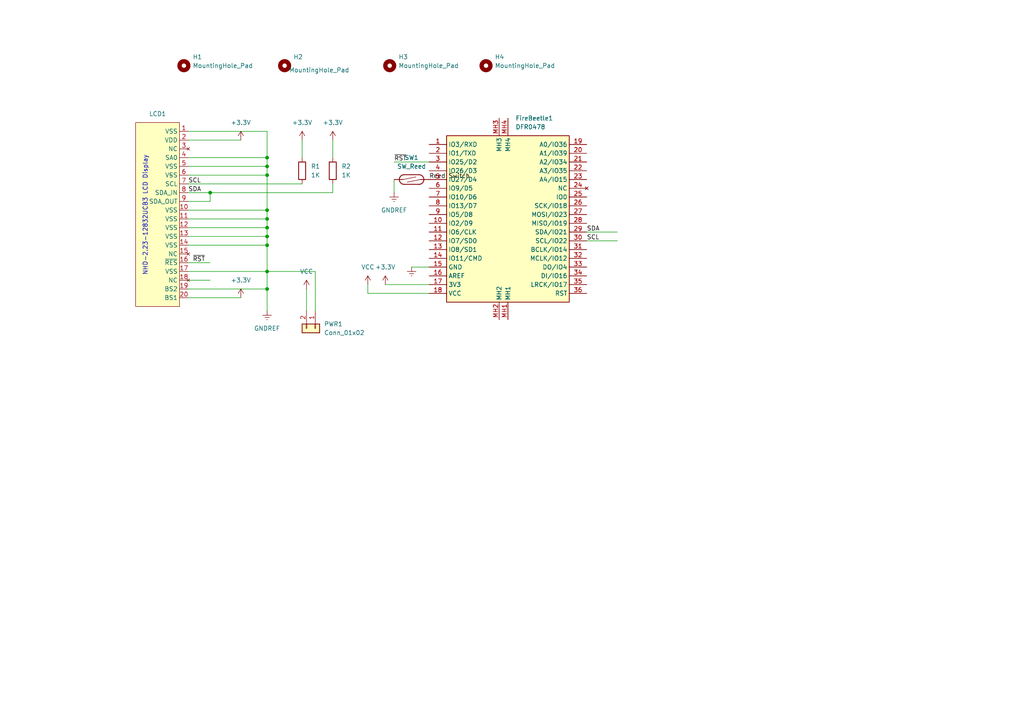
<source format=kicad_sch>
(kicad_sch (version 20230121) (generator eeschema)

  (uuid 27a84c46-1f38-4701-b004-07c5c795a6d5)

  (paper "A4")

  (lib_symbols
    (symbol "Connector_Generic:Conn_01x02" (pin_names (offset 1.016) hide) (in_bom yes) (on_board yes)
      (property "Reference" "J" (at 0 2.54 0)
        (effects (font (size 1.27 1.27)))
      )
      (property "Value" "Conn_01x02" (at 0 -5.08 0)
        (effects (font (size 1.27 1.27)))
      )
      (property "Footprint" "" (at 0 0 0)
        (effects (font (size 1.27 1.27)) hide)
      )
      (property "Datasheet" "~" (at 0 0 0)
        (effects (font (size 1.27 1.27)) hide)
      )
      (property "ki_keywords" "connector" (at 0 0 0)
        (effects (font (size 1.27 1.27)) hide)
      )
      (property "ki_description" "Generic connector, single row, 01x02, script generated (kicad-library-utils/schlib/autogen/connector/)" (at 0 0 0)
        (effects (font (size 1.27 1.27)) hide)
      )
      (property "ki_fp_filters" "Connector*:*_1x??_*" (at 0 0 0)
        (effects (font (size 1.27 1.27)) hide)
      )
      (symbol "Conn_01x02_1_1"
        (rectangle (start -1.27 -2.413) (end 0 -2.667)
          (stroke (width 0.1524) (type default))
          (fill (type none))
        )
        (rectangle (start -1.27 0.127) (end 0 -0.127)
          (stroke (width 0.1524) (type default))
          (fill (type none))
        )
        (rectangle (start -1.27 1.27) (end 1.27 -3.81)
          (stroke (width 0.254) (type default))
          (fill (type background))
        )
        (pin passive line (at -5.08 0 0) (length 3.81)
          (name "Pin_1" (effects (font (size 1.27 1.27))))
          (number "1" (effects (font (size 1.27 1.27))))
        )
        (pin passive line (at -5.08 -2.54 0) (length 3.81)
          (name "Pin_2" (effects (font (size 1.27 1.27))))
          (number "2" (effects (font (size 1.27 1.27))))
        )
      )
    )
    (symbol "DFR0478:DFR0478" (in_bom yes) (on_board yes)
      (property "Reference" "U" (at 54.61 20.32 0)
        (effects (font (size 1.27 1.27)) (justify left top))
      )
      (property "Value" "DFR0478" (at 54.61 17.78 0)
        (effects (font (size 1.27 1.27)) (justify left top))
      )
      (property "Footprint" "FIREBEETLE_ESP32" (at 54.61 -82.22 0)
        (effects (font (size 1.27 1.27)) (justify left top) hide)
      )
      (property "Datasheet" "https://www.arrow.com/en/products/dfr0478/dfrobot?region=nac" (at 54.61 -182.22 0)
        (effects (font (size 1.27 1.27)) (justify left top) hide)
      )
      (property "Height" "" (at 54.61 -382.22 0)
        (effects (font (size 1.27 1.27)) (justify left top) hide)
      )
      (property "Arrow Part Number" "DFR0478" (at 54.61 -482.22 0)
        (effects (font (size 1.27 1.27)) (justify left top) hide)
      )
      (property "Arrow Price/Stock" "https://www.arrow.com/en/products/dfr0478/dfrobot?region=nac" (at 54.61 -582.22 0)
        (effects (font (size 1.27 1.27)) (justify left top) hide)
      )
      (property "Manufacturer_Name" "DFRobot" (at 54.61 -682.22 0)
        (effects (font (size 1.27 1.27)) (justify left top) hide)
      )
      (property "Manufacturer_Part_Number" "DFR0478" (at 54.61 -782.22 0)
        (effects (font (size 1.27 1.27)) (justify left top) hide)
      )
      (property "ki_description" "Development Boards & Kits - Wireless FireBeetle ESP32 IOT MCU" (at 0 0 0)
        (effects (font (size 1.27 1.27)) hide)
      )
      (symbol "DFR0478_1_1"
        (rectangle (start 5.08 15.24) (end 53.34 -20.32)
          (stroke (width 0.254) (type default))
          (fill (type background))
        )
        (pin passive line (at 50.8 20.32 270) (length 5.08)
          (name "IO3/RXD" (effects (font (size 1.27 1.27))))
          (number "1" (effects (font (size 1.27 1.27))))
        )
        (pin passive line (at 27.94 20.32 270) (length 5.08)
          (name "IO2/D9" (effects (font (size 1.27 1.27))))
          (number "10" (effects (font (size 1.27 1.27))))
        )
        (pin passive line (at 25.4 20.32 270) (length 5.08)
          (name "IO6/CLK" (effects (font (size 1.27 1.27))))
          (number "11" (effects (font (size 1.27 1.27))))
        )
        (pin passive line (at 22.86 20.32 270) (length 5.08)
          (name "IO7/SD0" (effects (font (size 1.27 1.27))))
          (number "12" (effects (font (size 1.27 1.27))))
        )
        (pin passive line (at 20.32 20.32 270) (length 5.08)
          (name "IO8/SD1" (effects (font (size 1.27 1.27))))
          (number "13" (effects (font (size 1.27 1.27))))
        )
        (pin passive line (at 17.78 20.32 270) (length 5.08)
          (name "IO11/CMD" (effects (font (size 1.27 1.27))))
          (number "14" (effects (font (size 1.27 1.27))))
        )
        (pin passive line (at 15.24 20.32 270) (length 5.08)
          (name "GND" (effects (font (size 1.27 1.27))))
          (number "15" (effects (font (size 1.27 1.27))))
        )
        (pin passive line (at 12.7 20.32 270) (length 5.08)
          (name "AREF" (effects (font (size 1.27 1.27))))
          (number "16" (effects (font (size 1.27 1.27))))
        )
        (pin passive line (at 10.16 20.32 270) (length 5.08)
          (name "3V3" (effects (font (size 1.27 1.27))))
          (number "17" (effects (font (size 1.27 1.27))))
        )
        (pin passive line (at 7.62 20.32 270) (length 5.08)
          (name "VCC" (effects (font (size 1.27 1.27))))
          (number "18" (effects (font (size 1.27 1.27))))
        )
        (pin passive line (at 50.8 -25.4 90) (length 5.08)
          (name "A0/IO36" (effects (font (size 1.27 1.27))))
          (number "19" (effects (font (size 1.27 1.27))))
        )
        (pin passive line (at 48.26 20.32 270) (length 5.08)
          (name "IO1/TXD" (effects (font (size 1.27 1.27))))
          (number "2" (effects (font (size 1.27 1.27))))
        )
        (pin passive line (at 48.26 -25.4 90) (length 5.08)
          (name "A1/IO39" (effects (font (size 1.27 1.27))))
          (number "20" (effects (font (size 1.27 1.27))))
        )
        (pin passive line (at 45.72 -25.4 90) (length 5.08)
          (name "A2/IO34" (effects (font (size 1.27 1.27))))
          (number "21" (effects (font (size 1.27 1.27))))
        )
        (pin passive line (at 43.18 -25.4 90) (length 5.08)
          (name "A3/IO35" (effects (font (size 1.27 1.27))))
          (number "22" (effects (font (size 1.27 1.27))))
        )
        (pin passive line (at 40.64 -25.4 90) (length 5.08)
          (name "A4/IO15" (effects (font (size 1.27 1.27))))
          (number "23" (effects (font (size 1.27 1.27))))
        )
        (pin no_connect line (at 38.1 -25.4 90) (length 5.08)
          (name "NC" (effects (font (size 1.27 1.27))))
          (number "24" (effects (font (size 1.27 1.27))))
        )
        (pin passive line (at 35.56 -25.4 90) (length 5.08)
          (name "IO0" (effects (font (size 1.27 1.27))))
          (number "25" (effects (font (size 1.27 1.27))))
        )
        (pin passive line (at 33.02 -25.4 90) (length 5.08)
          (name "SCK/IO18" (effects (font (size 1.27 1.27))))
          (number "26" (effects (font (size 1.27 1.27))))
        )
        (pin passive line (at 30.48 -25.4 90) (length 5.08)
          (name "MOSI/IO23" (effects (font (size 1.27 1.27))))
          (number "27" (effects (font (size 1.27 1.27))))
        )
        (pin passive line (at 27.94 -25.4 90) (length 5.08)
          (name "MISO/IO19" (effects (font (size 1.27 1.27))))
          (number "28" (effects (font (size 1.27 1.27))))
        )
        (pin passive line (at 25.4 -25.4 90) (length 5.08)
          (name "SDA/IO21" (effects (font (size 1.27 1.27))))
          (number "29" (effects (font (size 1.27 1.27))))
        )
        (pin passive line (at 45.72 20.32 270) (length 5.08)
          (name "IO25/D2" (effects (font (size 1.27 1.27))))
          (number "3" (effects (font (size 1.27 1.27))))
        )
        (pin passive line (at 22.86 -25.4 90) (length 5.08)
          (name "SCL/IO22" (effects (font (size 1.27 1.27))))
          (number "30" (effects (font (size 1.27 1.27))))
        )
        (pin passive line (at 20.32 -25.4 90) (length 5.08)
          (name "BCLK/IO14" (effects (font (size 1.27 1.27))))
          (number "31" (effects (font (size 1.27 1.27))))
        )
        (pin passive line (at 17.78 -25.4 90) (length 5.08)
          (name "MCLK/IO12" (effects (font (size 1.27 1.27))))
          (number "32" (effects (font (size 1.27 1.27))))
        )
        (pin passive line (at 15.24 -25.4 90) (length 5.08)
          (name "DO/IO4" (effects (font (size 1.27 1.27))))
          (number "33" (effects (font (size 1.27 1.27))))
        )
        (pin passive line (at 12.7 -25.4 90) (length 5.08)
          (name "DI/IO16" (effects (font (size 1.27 1.27))))
          (number "34" (effects (font (size 1.27 1.27))))
        )
        (pin passive line (at 10.16 -25.4 90) (length 5.08)
          (name "LRCK/IO17" (effects (font (size 1.27 1.27))))
          (number "35" (effects (font (size 1.27 1.27))))
        )
        (pin passive line (at 7.62 -25.4 90) (length 5.08)
          (name "RST" (effects (font (size 1.27 1.27))))
          (number "36" (effects (font (size 1.27 1.27))))
        )
        (pin passive line (at 43.18 20.32 270) (length 5.08)
          (name "IO26/D3" (effects (font (size 1.27 1.27))))
          (number "4" (effects (font (size 1.27 1.27))))
        )
        (pin passive line (at 40.64 20.32 270) (length 5.08)
          (name "IO27/D4" (effects (font (size 1.27 1.27))))
          (number "5" (effects (font (size 1.27 1.27))))
        )
        (pin passive line (at 38.1 20.32 270) (length 5.08)
          (name "IO9/D5" (effects (font (size 1.27 1.27))))
          (number "6" (effects (font (size 1.27 1.27))))
        )
        (pin passive line (at 35.56 20.32 270) (length 5.08)
          (name "IO10/D6" (effects (font (size 1.27 1.27))))
          (number "7" (effects (font (size 1.27 1.27))))
        )
        (pin passive line (at 33.02 20.32 270) (length 5.08)
          (name "IO13/D7" (effects (font (size 1.27 1.27))))
          (number "8" (effects (font (size 1.27 1.27))))
        )
        (pin passive line (at 30.48 20.32 270) (length 5.08)
          (name "IO5/D8" (effects (font (size 1.27 1.27))))
          (number "9" (effects (font (size 1.27 1.27))))
        )
        (pin passive line (at 0 -2.54 0) (length 5.08)
          (name "MH1" (effects (font (size 1.27 1.27))))
          (number "MH1" (effects (font (size 1.27 1.27))))
        )
        (pin passive line (at 0 0 0) (length 5.08)
          (name "MH2" (effects (font (size 1.27 1.27))))
          (number "MH2" (effects (font (size 1.27 1.27))))
        )
        (pin passive line (at 58.42 0 180) (length 5.08)
          (name "MH3" (effects (font (size 1.27 1.27))))
          (number "MH3" (effects (font (size 1.27 1.27))))
        )
        (pin passive line (at 58.42 -2.54 180) (length 5.08)
          (name "MH4" (effects (font (size 1.27 1.27))))
          (number "MH4" (effects (font (size 1.27 1.27))))
        )
      )
    )
    (symbol "Device:R" (pin_numbers hide) (pin_names (offset 0)) (in_bom yes) (on_board yes)
      (property "Reference" "R" (at 2.032 0 90)
        (effects (font (size 1.27 1.27)))
      )
      (property "Value" "R" (at 0 0 90)
        (effects (font (size 1.27 1.27)))
      )
      (property "Footprint" "" (at -1.778 0 90)
        (effects (font (size 1.27 1.27)) hide)
      )
      (property "Datasheet" "~" (at 0 0 0)
        (effects (font (size 1.27 1.27)) hide)
      )
      (property "ki_keywords" "R res resistor" (at 0 0 0)
        (effects (font (size 1.27 1.27)) hide)
      )
      (property "ki_description" "Resistor" (at 0 0 0)
        (effects (font (size 1.27 1.27)) hide)
      )
      (property "ki_fp_filters" "R_*" (at 0 0 0)
        (effects (font (size 1.27 1.27)) hide)
      )
      (symbol "R_0_1"
        (rectangle (start -1.016 -2.54) (end 1.016 2.54)
          (stroke (width 0.254) (type default))
          (fill (type none))
        )
      )
      (symbol "R_1_1"
        (pin passive line (at 0 3.81 270) (length 1.27)
          (name "~" (effects (font (size 1.27 1.27))))
          (number "1" (effects (font (size 1.27 1.27))))
        )
        (pin passive line (at 0 -3.81 90) (length 1.27)
          (name "~" (effects (font (size 1.27 1.27))))
          (number "2" (effects (font (size 1.27 1.27))))
        )
      )
    )
    (symbol "Mechanical:MountingHole" (pin_names (offset 1.016)) (in_bom yes) (on_board yes)
      (property "Reference" "H" (at 0 5.08 0)
        (effects (font (size 1.27 1.27)))
      )
      (property "Value" "MountingHole" (at 0 3.175 0)
        (effects (font (size 1.27 1.27)))
      )
      (property "Footprint" "" (at 0 0 0)
        (effects (font (size 1.27 1.27)) hide)
      )
      (property "Datasheet" "~" (at 0 0 0)
        (effects (font (size 1.27 1.27)) hide)
      )
      (property "ki_keywords" "mounting hole" (at 0 0 0)
        (effects (font (size 1.27 1.27)) hide)
      )
      (property "ki_description" "Mounting Hole without connection" (at 0 0 0)
        (effects (font (size 1.27 1.27)) hide)
      )
      (property "ki_fp_filters" "MountingHole*" (at 0 0 0)
        (effects (font (size 1.27 1.27)) hide)
      )
      (symbol "MountingHole_0_1"
        (circle (center 0 0) (radius 1.27)
          (stroke (width 1.27) (type default))
          (fill (type none))
        )
      )
    )
    (symbol "NHD_New_Symbols:NHD-2.23-12832UCB3" (in_bom yes) (on_board yes)
      (property "Reference" "U" (at -6.35 26.67 0)
        (effects (font (size 1.27 1.27)))
      )
      (property "Value" "" (at 2.54 10.16 0)
        (effects (font (size 1.27 1.27)))
      )
      (property "Footprint" "" (at 2.54 10.16 0)
        (effects (font (size 1.27 1.27)) hide)
      )
      (property "Datasheet" "" (at 2.54 10.16 0)
        (effects (font (size 1.27 1.27)) hide)
      )
      (symbol "NHD-2.23-12832UCB3_1_1"
        (rectangle (start -7.62 25.4) (end 5.08 -27.94)
          (stroke (width 0) (type default))
          (fill (type background))
        )
        (text "NHD-2.23-12832UCB3 LCD Display\n\n" (at -3.81 -1.27 900)
          (effects (font (size 1.27 1.27) (color 0 0 194 1)))
        )
        (pin input line (at 7.62 22.86 180) (length 2.54)
          (name "VSS" (effects (font (size 1.27 1.27))))
          (number "1" (effects (font (size 1.27 1.27))))
        )
        (pin input line (at 7.62 0 180) (length 2.54)
          (name "VSS" (effects (font (size 1.27 1.27))))
          (number "10" (effects (font (size 1.27 1.27))))
        )
        (pin input line (at 7.62 -2.54 180) (length 2.54)
          (name "VSS" (effects (font (size 1.27 1.27))))
          (number "11" (effects (font (size 1.27 1.27))))
        )
        (pin input line (at 7.62 -5.08 180) (length 2.54)
          (name "VSS" (effects (font (size 1.27 1.27))))
          (number "12" (effects (font (size 1.27 1.27))))
        )
        (pin input line (at 7.62 -7.62 180) (length 2.54)
          (name "VSS" (effects (font (size 1.27 1.27))))
          (number "13" (effects (font (size 1.27 1.27))))
        )
        (pin input line (at 7.62 -10.16 180) (length 2.54)
          (name "VSS" (effects (font (size 1.27 1.27))))
          (number "14" (effects (font (size 1.27 1.27))))
        )
        (pin no_connect line (at 7.62 -12.7 180) (length 2.54)
          (name "NC" (effects (font (size 1.27 1.27))))
          (number "15" (effects (font (size 1.27 1.27))))
        )
        (pin input line (at 7.62 -15.24 180) (length 2.54)
          (name "~{RES}" (effects (font (size 1.27 1.27))))
          (number "16" (effects (font (size 1.27 1.27))))
        )
        (pin input line (at 7.62 -17.78 180) (length 2.54)
          (name "VSS" (effects (font (size 1.27 1.27))))
          (number "17" (effects (font (size 1.27 1.27))))
        )
        (pin no_connect line (at 7.62 -20.32 180) (length 2.54)
          (name "NC" (effects (font (size 1.27 1.27))))
          (number "18" (effects (font (size 1.27 1.27))))
        )
        (pin input line (at 7.62 -22.86 180) (length 2.54)
          (name "BS2" (effects (font (size 1.27 1.27))))
          (number "19" (effects (font (size 1.27 1.27))))
        )
        (pin input line (at 7.62 20.32 180) (length 2.54)
          (name "VDD" (effects (font (size 1.27 1.27))))
          (number "2" (effects (font (size 1.27 1.27))))
        )
        (pin input line (at 7.62 -25.4 180) (length 2.54)
          (name "BS1" (effects (font (size 1.27 1.27))))
          (number "20" (effects (font (size 1.27 1.27))))
        )
        (pin no_connect line (at 7.62 17.78 180) (length 2.54)
          (name "NC" (effects (font (size 1.27 1.27))))
          (number "3" (effects (font (size 1.27 1.27))))
        )
        (pin input line (at 7.62 15.24 180) (length 2.54)
          (name "SA0" (effects (font (size 1.27 1.27))))
          (number "4" (effects (font (size 1.27 1.27))))
        )
        (pin input line (at 7.62 12.7 180) (length 2.54)
          (name "VSS" (effects (font (size 1.27 1.27))))
          (number "5" (effects (font (size 1.27 1.27))))
        )
        (pin input line (at 7.62 10.16 180) (length 2.54)
          (name "VSS" (effects (font (size 1.27 1.27))))
          (number "6" (effects (font (size 1.27 1.27))))
        )
        (pin input line (at 7.62 7.62 180) (length 2.54)
          (name "SCL" (effects (font (size 1.27 1.27))))
          (number "7" (effects (font (size 1.27 1.27))))
        )
        (pin input line (at 7.62 5.08 180) (length 2.54)
          (name "SDA_IN" (effects (font (size 1.27 1.27))))
          (number "8" (effects (font (size 1.27 1.27))))
        )
        (pin output line (at 7.62 2.54 180) (length 2.54)
          (name "SDA_OUT" (effects (font (size 1.27 1.27))))
          (number "9" (effects (font (size 1.27 1.27))))
        )
      )
    )
    (symbol "Switch:SW_Reed" (pin_numbers hide) (pin_names (offset 0) hide) (in_bom yes) (on_board yes)
      (property "Reference" "SW" (at 0 2.54 0)
        (effects (font (size 1.27 1.27)))
      )
      (property "Value" "SW_Reed" (at 0 -2.54 0)
        (effects (font (size 1.27 1.27)))
      )
      (property "Footprint" "" (at 0 0 0)
        (effects (font (size 1.27 1.27)) hide)
      )
      (property "Datasheet" "~" (at 0 0 0)
        (effects (font (size 1.27 1.27)) hide)
      )
      (property "ki_keywords" "reed magnetic switch" (at 0 0 0)
        (effects (font (size 1.27 1.27)) hide)
      )
      (property "ki_description" "reed switch" (at 0 0 0)
        (effects (font (size 1.27 1.27)) hide)
      )
      (symbol "SW_Reed_0_0"
        (arc (start -2.159 1.397) (mid -3.55 0) (end -2.159 -1.397)
          (stroke (width 0.254) (type default))
          (fill (type none))
        )
        (polyline
          (pts
            (xy -2.54 0)
            (xy 1.27 0.762)
          )
          (stroke (width 0) (type default))
          (fill (type none))
        )
        (polyline
          (pts
            (xy -2.159 -1.397)
            (xy 2.286 -1.397)
          )
          (stroke (width 0.254) (type default))
          (fill (type none))
        )
        (polyline
          (pts
            (xy 2.159 1.397)
            (xy -2.159 1.397)
          )
          (stroke (width 0.254) (type default))
          (fill (type none))
        )
        (polyline
          (pts
            (xy 2.54 0)
            (xy -1.27 -0.762)
          )
          (stroke (width 0) (type default))
          (fill (type none))
        )
        (arc (start 2.159 -1.397) (mid 3.55 0) (end 2.159 1.397)
          (stroke (width 0.254) (type default))
          (fill (type none))
        )
      )
      (symbol "SW_Reed_1_1"
        (pin passive line (at -5.08 0 0) (length 2.54)
          (name "1" (effects (font (size 1.27 1.27))))
          (number "1" (effects (font (size 1.27 1.27))))
        )
        (pin passive line (at 5.08 0 180) (length 2.54)
          (name "2" (effects (font (size 1.27 1.27))))
          (number "2" (effects (font (size 1.27 1.27))))
        )
      )
    )
    (symbol "power:+3.3V" (power) (pin_names (offset 0)) (in_bom yes) (on_board yes)
      (property "Reference" "#PWR" (at 0 -3.81 0)
        (effects (font (size 1.27 1.27)) hide)
      )
      (property "Value" "+3.3V" (at 0 3.556 0)
        (effects (font (size 1.27 1.27)))
      )
      (property "Footprint" "" (at 0 0 0)
        (effects (font (size 1.27 1.27)) hide)
      )
      (property "Datasheet" "" (at 0 0 0)
        (effects (font (size 1.27 1.27)) hide)
      )
      (property "ki_keywords" "global power" (at 0 0 0)
        (effects (font (size 1.27 1.27)) hide)
      )
      (property "ki_description" "Power symbol creates a global label with name \"+3.3V\"" (at 0 0 0)
        (effects (font (size 1.27 1.27)) hide)
      )
      (symbol "+3.3V_0_1"
        (polyline
          (pts
            (xy -0.762 1.27)
            (xy 0 2.54)
          )
          (stroke (width 0) (type default))
          (fill (type none))
        )
        (polyline
          (pts
            (xy 0 0)
            (xy 0 2.54)
          )
          (stroke (width 0) (type default))
          (fill (type none))
        )
        (polyline
          (pts
            (xy 0 2.54)
            (xy 0.762 1.27)
          )
          (stroke (width 0) (type default))
          (fill (type none))
        )
      )
      (symbol "+3.3V_1_1"
        (pin power_in line (at 0 0 90) (length 0) hide
          (name "+3.3V" (effects (font (size 1.27 1.27))))
          (number "1" (effects (font (size 1.27 1.27))))
        )
      )
    )
    (symbol "power:GNDREF" (power) (pin_names (offset 0)) (in_bom yes) (on_board yes)
      (property "Reference" "#PWR" (at 0 -6.35 0)
        (effects (font (size 1.27 1.27)) hide)
      )
      (property "Value" "GNDREF" (at 0 -3.81 0)
        (effects (font (size 1.27 1.27)))
      )
      (property "Footprint" "" (at 0 0 0)
        (effects (font (size 1.27 1.27)) hide)
      )
      (property "Datasheet" "" (at 0 0 0)
        (effects (font (size 1.27 1.27)) hide)
      )
      (property "ki_keywords" "global power" (at 0 0 0)
        (effects (font (size 1.27 1.27)) hide)
      )
      (property "ki_description" "Power symbol creates a global label with name \"GNDREF\" , reference supply ground" (at 0 0 0)
        (effects (font (size 1.27 1.27)) hide)
      )
      (symbol "GNDREF_0_1"
        (polyline
          (pts
            (xy -0.635 -1.905)
            (xy 0.635 -1.905)
          )
          (stroke (width 0) (type default))
          (fill (type none))
        )
        (polyline
          (pts
            (xy -0.127 -2.54)
            (xy 0.127 -2.54)
          )
          (stroke (width 0) (type default))
          (fill (type none))
        )
        (polyline
          (pts
            (xy 0 -1.27)
            (xy 0 0)
          )
          (stroke (width 0) (type default))
          (fill (type none))
        )
        (polyline
          (pts
            (xy 1.27 -1.27)
            (xy -1.27 -1.27)
          )
          (stroke (width 0) (type default))
          (fill (type none))
        )
      )
      (symbol "GNDREF_1_1"
        (pin power_in line (at 0 0 270) (length 0) hide
          (name "GNDREF" (effects (font (size 1.27 1.27))))
          (number "1" (effects (font (size 1.27 1.27))))
        )
      )
    )
    (symbol "power:VCC" (power) (pin_names (offset 0)) (in_bom yes) (on_board yes)
      (property "Reference" "#PWR" (at 0 -3.81 0)
        (effects (font (size 1.27 1.27)) hide)
      )
      (property "Value" "VCC" (at 0 3.81 0)
        (effects (font (size 1.27 1.27)))
      )
      (property "Footprint" "" (at 0 0 0)
        (effects (font (size 1.27 1.27)) hide)
      )
      (property "Datasheet" "" (at 0 0 0)
        (effects (font (size 1.27 1.27)) hide)
      )
      (property "ki_keywords" "global power" (at 0 0 0)
        (effects (font (size 1.27 1.27)) hide)
      )
      (property "ki_description" "Power symbol creates a global label with name \"VCC\"" (at 0 0 0)
        (effects (font (size 1.27 1.27)) hide)
      )
      (symbol "VCC_0_1"
        (polyline
          (pts
            (xy -0.762 1.27)
            (xy 0 2.54)
          )
          (stroke (width 0) (type default))
          (fill (type none))
        )
        (polyline
          (pts
            (xy 0 0)
            (xy 0 2.54)
          )
          (stroke (width 0) (type default))
          (fill (type none))
        )
        (polyline
          (pts
            (xy 0 2.54)
            (xy 0.762 1.27)
          )
          (stroke (width 0) (type default))
          (fill (type none))
        )
      )
      (symbol "VCC_1_1"
        (pin power_in line (at 0 0 90) (length 0) hide
          (name "VCC" (effects (font (size 1.27 1.27))))
          (number "1" (effects (font (size 1.27 1.27))))
        )
      )
    )
  )

  (junction (at 77.47 66.04) (diameter 0) (color 0 0 0 0)
    (uuid 0d1fe051-4674-487e-84ac-ded1035acbd0)
  )
  (junction (at 77.47 50.8) (diameter 0) (color 0 0 0 0)
    (uuid 206e661e-6f5e-4e72-bce2-91c991532744)
  )
  (junction (at 77.47 48.26) (diameter 0) (color 0 0 0 0)
    (uuid 308d7d7d-3c85-4b73-b04f-183b1977941c)
  )
  (junction (at 77.47 71.12) (diameter 0) (color 0 0 0 0)
    (uuid 37c1a70b-cc9e-4299-b03e-6bf2a6475a92)
  )
  (junction (at 77.47 60.96) (diameter 0) (color 0 0 0 0)
    (uuid 709f674e-d2a9-4521-b1ab-cf017c0c4bc0)
  )
  (junction (at 77.47 83.82) (diameter 0) (color 0 0 0 0)
    (uuid 72b0c4fc-e600-4735-a674-137940c1168c)
  )
  (junction (at 77.47 68.58) (diameter 0) (color 0 0 0 0)
    (uuid 8e108b75-3e7f-40e2-b540-ad0a47ae91e0)
  )
  (junction (at 77.47 63.5) (diameter 0) (color 0 0 0 0)
    (uuid b1634edf-bb38-40f9-bf78-ba7edfc98453)
  )
  (junction (at 77.47 45.72) (diameter 0) (color 0 0 0 0)
    (uuid b6cf7b8e-6adb-46d1-84f8-de4009aba2c7)
  )
  (junction (at 77.47 78.74) (diameter 0) (color 0 0 0 0)
    (uuid c3d28605-46a5-44c5-91f8-83583546f83b)
  )
  (junction (at 60.96 55.88) (diameter 0) (color 0 0 0 0)
    (uuid ff8f63f9-b3b1-4172-a9f3-ebc6156e022b)
  )

  (wire (pts (xy 119.38 77.47) (xy 124.46 77.47))
    (stroke (width 0) (type default))
    (uuid 08991e93-b897-465a-84b1-6f4262ba1337)
  )
  (wire (pts (xy 77.47 66.04) (xy 77.47 68.58))
    (stroke (width 0) (type default))
    (uuid 0d3cc4f9-2be5-4c63-8734-3190d85fe5e0)
  )
  (wire (pts (xy 54.61 78.74) (xy 77.47 78.74))
    (stroke (width 0) (type default))
    (uuid 0e4be706-2490-4f46-81eb-34fe479da4d9)
  )
  (wire (pts (xy 111.76 82.55) (xy 124.46 82.55))
    (stroke (width 0) (type default))
    (uuid 0ee14016-38db-4817-8dd6-56ce3f3f88d6)
  )
  (wire (pts (xy 96.52 53.34) (xy 96.52 55.88))
    (stroke (width 0) (type default))
    (uuid 15333d69-25be-4806-ba53-43630a96a7a5)
  )
  (wire (pts (xy 87.63 40.64) (xy 87.63 45.72))
    (stroke (width 0) (type default))
    (uuid 19ad8369-e78e-4092-8fdd-d481992d4a21)
  )
  (wire (pts (xy 54.61 83.82) (xy 77.47 83.82))
    (stroke (width 0) (type default))
    (uuid 1d70b35a-058a-457b-afdc-30f6e015fc02)
  )
  (wire (pts (xy 77.47 68.58) (xy 77.47 71.12))
    (stroke (width 0) (type default))
    (uuid 25f9e421-0a9d-47b9-ab69-70bab3795808)
  )
  (wire (pts (xy 106.68 85.09) (xy 124.46 85.09))
    (stroke (width 0) (type default))
    (uuid 2c299b86-e748-4187-9f37-5396a3068f31)
  )
  (wire (pts (xy 77.47 63.5) (xy 77.47 66.04))
    (stroke (width 0) (type default))
    (uuid 2d7cc2fd-2c4a-474b-aa9f-d66f593c3fb3)
  )
  (wire (pts (xy 77.47 83.82) (xy 77.47 78.74))
    (stroke (width 0) (type default))
    (uuid 3888c0f7-3190-4523-a0d5-7847bc3655a2)
  )
  (wire (pts (xy 54.61 66.04) (xy 77.47 66.04))
    (stroke (width 0) (type default))
    (uuid 47c636ed-614d-4705-9466-befc30d948cc)
  )
  (wire (pts (xy 54.61 48.26) (xy 77.47 48.26))
    (stroke (width 0) (type default))
    (uuid 4878a17a-0fd1-4684-b6a8-048c30b4368d)
  )
  (wire (pts (xy 54.61 71.12) (xy 77.47 71.12))
    (stroke (width 0) (type default))
    (uuid 49a08dca-596c-45c5-97be-e208044da8fc)
  )
  (wire (pts (xy 170.18 67.31) (xy 179.07 67.31))
    (stroke (width 0) (type default))
    (uuid 5526ede3-661b-4a40-bf69-18cb6ccd3a10)
  )
  (wire (pts (xy 88.9 83.82) (xy 88.9 90.17))
    (stroke (width 0) (type default))
    (uuid 5af35886-abcf-47ec-802a-8708fcbbd07e)
  )
  (wire (pts (xy 54.61 68.58) (xy 77.47 68.58))
    (stroke (width 0) (type default))
    (uuid 5d2dccb5-df14-4eec-b1cf-1f325300c8a8)
  )
  (wire (pts (xy 54.61 55.88) (xy 60.96 55.88))
    (stroke (width 0) (type default))
    (uuid 60817ed9-48a9-4225-8f37-a3ade5ec89f6)
  )
  (wire (pts (xy 54.61 38.1) (xy 77.47 38.1))
    (stroke (width 0) (type default))
    (uuid 67fc984a-7eed-48a2-9810-42cc67219698)
  )
  (wire (pts (xy 106.68 82.55) (xy 106.68 85.09))
    (stroke (width 0) (type default))
    (uuid 699cf380-904d-4e8a-8f64-c597c81d7927)
  )
  (wire (pts (xy 54.61 60.96) (xy 77.47 60.96))
    (stroke (width 0) (type default))
    (uuid 773c47eb-1df5-4e72-9e1f-7d5b77ee6130)
  )
  (wire (pts (xy 77.47 90.17) (xy 77.47 83.82))
    (stroke (width 0) (type default))
    (uuid 7851d47f-9f32-44fb-ac2f-c0a5baa1eecf)
  )
  (wire (pts (xy 54.61 86.36) (xy 69.85 86.36))
    (stroke (width 0) (type default))
    (uuid 7dafd644-d069-425b-ae42-aa60f512ba2f)
  )
  (wire (pts (xy 54.61 76.2) (xy 60.96 76.2))
    (stroke (width 0) (type default))
    (uuid 80e7209c-ff00-48a6-a7b8-004eee1985c0)
  )
  (wire (pts (xy 91.44 78.74) (xy 77.47 78.74))
    (stroke (width 0) (type default))
    (uuid 879e2ea8-d022-47c2-9adf-a856f7bd8d37)
  )
  (wire (pts (xy 54.61 58.42) (xy 60.96 58.42))
    (stroke (width 0) (type default))
    (uuid 88e659cd-c415-401e-9880-de7421a81536)
  )
  (wire (pts (xy 77.47 50.8) (xy 77.47 60.96))
    (stroke (width 0) (type default))
    (uuid 8b1db6b5-69aa-42d4-be04-4ac149c6e0e6)
  )
  (wire (pts (xy 91.44 90.17) (xy 91.44 78.74))
    (stroke (width 0) (type default))
    (uuid 8b75ba8c-af1f-40a0-b109-cf22274289a0)
  )
  (wire (pts (xy 54.61 45.72) (xy 77.47 45.72))
    (stroke (width 0) (type default))
    (uuid 8d7bf20a-142c-4292-a522-213c125d7a27)
  )
  (wire (pts (xy 77.47 48.26) (xy 77.47 50.8))
    (stroke (width 0) (type default))
    (uuid 99c4ea80-81bf-4b99-beaa-d1b0cdd511c9)
  )
  (wire (pts (xy 114.3 52.07) (xy 114.3 55.88))
    (stroke (width 0) (type default))
    (uuid 9c281037-f5c4-435c-9a04-432708afa502)
  )
  (wire (pts (xy 77.47 71.12) (xy 77.47 78.74))
    (stroke (width 0) (type default))
    (uuid 9fbdd6b7-1f47-4354-8148-d1c7d2590213)
  )
  (wire (pts (xy 54.61 50.8) (xy 77.47 50.8))
    (stroke (width 0) (type default))
    (uuid a0a7ee87-bce7-4cbd-907c-42dc34f2f305)
  )
  (wire (pts (xy 124.46 46.99) (xy 114.3 46.99))
    (stroke (width 0) (type default))
    (uuid a174b46e-9273-42d2-b3a8-d958afb3ffcb)
  )
  (wire (pts (xy 170.18 69.85) (xy 179.07 69.85))
    (stroke (width 0) (type default))
    (uuid ab0bb730-20cc-4a30-83cf-0fcdde26063e)
  )
  (wire (pts (xy 96.52 40.64) (xy 96.52 45.72))
    (stroke (width 0) (type default))
    (uuid ad755778-620f-485a-a480-2412cc4f1538)
  )
  (wire (pts (xy 77.47 60.96) (xy 77.47 63.5))
    (stroke (width 0) (type default))
    (uuid b000378e-9c56-423c-bc48-0c07e3f0d3c1)
  )
  (wire (pts (xy 54.61 53.34) (xy 87.63 53.34))
    (stroke (width 0) (type default))
    (uuid b07a2d8f-19cc-42a0-a0f8-dc8c5bfdeae2)
  )
  (wire (pts (xy 54.61 40.64) (xy 69.85 40.64))
    (stroke (width 0) (type default))
    (uuid c218c868-d636-4e03-a511-739fab286d97)
  )
  (wire (pts (xy 77.47 38.1) (xy 77.47 45.72))
    (stroke (width 0) (type default))
    (uuid c32089d1-bd4d-447b-b2b7-a216de4316da)
  )
  (wire (pts (xy 77.47 45.72) (xy 77.47 48.26))
    (stroke (width 0) (type default))
    (uuid d00eeba9-a889-46e0-8428-1d49ef715149)
  )
  (wire (pts (xy 96.52 55.88) (xy 60.96 55.88))
    (stroke (width 0) (type default))
    (uuid d22f07eb-7143-4aa8-b755-c14c137a0747)
  )
  (wire (pts (xy 54.61 63.5) (xy 77.47 63.5))
    (stroke (width 0) (type default))
    (uuid d6b53d8e-3311-423e-b386-b2827e2022f0)
  )
  (wire (pts (xy 60.96 55.88) (xy 60.96 58.42))
    (stroke (width 0) (type default))
    (uuid d6d5cd1f-f36e-43cd-8bde-a8e4f0ab631e)
  )
  (wire (pts (xy 54.61 81.28) (xy 60.96 81.28))
    (stroke (width 0) (type default))
    (uuid de03e9eb-e3d7-46d9-895c-da654b182d98)
  )

  (label "SDA" (at 54.61 55.88 0) (fields_autoplaced)
    (effects (font (size 1.27 1.27)) (justify left bottom))
    (uuid 0241c714-bb11-4b68-8786-1ee08e5b8f35)
  )
  (label "~{RST}" (at 55.88 76.2 0) (fields_autoplaced)
    (effects (font (size 1.27 1.27)) (justify left bottom))
    (uuid 0c469953-a141-47ae-96d9-6b2b4ae09d60)
  )
  (label "Reed Switch" (at 124.46 52.07 0) (fields_autoplaced)
    (effects (font (size 1.27 1.27)) (justify left bottom))
    (uuid 45dd7057-ea98-47e6-adb5-eeffdfe3e6f5)
  )
  (label "~{RST}" (at 114.3 46.99 0) (fields_autoplaced)
    (effects (font (size 1.27 1.27)) (justify left bottom))
    (uuid 95d314cc-6c3a-4ab8-bb68-32200956cc98)
  )
  (label "SCL" (at 170.18 69.85 0) (fields_autoplaced)
    (effects (font (size 1.27 1.27)) (justify left bottom))
    (uuid 981d9b6a-a057-4985-aba7-29a42badb466)
  )
  (label "SCL" (at 54.61 53.34 0) (fields_autoplaced)
    (effects (font (size 1.27 1.27)) (justify left bottom))
    (uuid a2969726-184a-48f6-9887-8d38fa3b4477)
  )
  (label "SDA" (at 170.18 67.31 0) (fields_autoplaced)
    (effects (font (size 1.27 1.27)) (justify left bottom))
    (uuid ffe8a738-953b-43ec-9d1d-df224115bdde)
  )

  (symbol (lib_id "Mechanical:MountingHole") (at 113.03 19.05 0) (unit 1)
    (in_bom yes) (on_board yes) (dnp no) (fields_autoplaced)
    (uuid 10a1ddd5-7cf2-4dbf-b4fa-a0509e7d4943)
    (property "Reference" "H3" (at 115.57 16.51 0)
      (effects (font (size 1.27 1.27)) (justify left))
    )
    (property "Value" "MountingHole_Pad" (at 115.57 19.05 0)
      (effects (font (size 1.27 1.27)) (justify left))
    )
    (property "Footprint" "MountingHole:MountingHole_2.5mm" (at 113.03 19.05 0)
      (effects (font (size 1.27 1.27)) hide)
    )
    (property "Datasheet" "~" (at 113.03 19.05 0)
      (effects (font (size 1.27 1.27)) hide)
    )
    (instances
      (project "hygienie_pcb"
        (path "/27a84c46-1f38-4701-b004-07c5c795a6d5"
          (reference "H3") (unit 1)
        )
      )
    )
  )

  (symbol (lib_id "Device:R") (at 87.63 49.53 0) (unit 1)
    (in_bom yes) (on_board yes) (dnp no) (fields_autoplaced)
    (uuid 2055fd07-c249-4e16-b5cc-bb0be5ea540f)
    (property "Reference" "R1" (at 90.17 48.26 0)
      (effects (font (size 1.27 1.27)) (justify left))
    )
    (property "Value" "1K" (at 90.17 50.8 0)
      (effects (font (size 1.27 1.27)) (justify left))
    )
    (property "Footprint" "Resistor_SMD:R_0603_1608Metric" (at 85.852 49.53 90)
      (effects (font (size 1.27 1.27)) hide)
    )
    (property "Datasheet" "~" (at 87.63 49.53 0)
      (effects (font (size 1.27 1.27)) hide)
    )
    (pin "1" (uuid a68a45e3-3dd1-42ee-aa1d-4e21ec2af92e))
    (pin "2" (uuid e91d36d3-954f-4cf2-87e6-f6b69b3cd0a1))
    (instances
      (project "hygienie_pcb"
        (path "/27a84c46-1f38-4701-b004-07c5c795a6d5"
          (reference "R1") (unit 1)
        )
      )
    )
  )

  (symbol (lib_id "power:VCC") (at 106.68 82.55 0) (unit 1)
    (in_bom yes) (on_board yes) (dnp no)
    (uuid 2e36136d-1c91-41fa-b089-2e78ce61be90)
    (property "Reference" "#PWR07" (at 106.68 86.36 0)
      (effects (font (size 1.27 1.27)) hide)
    )
    (property "Value" "VCC" (at 106.68 77.47 0)
      (effects (font (size 1.27 1.27)))
    )
    (property "Footprint" "" (at 106.68 82.55 0)
      (effects (font (size 1.27 1.27)) hide)
    )
    (property "Datasheet" "" (at 106.68 82.55 0)
      (effects (font (size 1.27 1.27)) hide)
    )
    (pin "1" (uuid 9263fa64-9887-43f5-912b-116394f0029f))
    (instances
      (project "hygienie_pcb"
        (path "/27a84c46-1f38-4701-b004-07c5c795a6d5"
          (reference "#PWR07") (unit 1)
        )
      )
    )
  )

  (symbol (lib_id "Device:R") (at 96.52 49.53 0) (unit 1)
    (in_bom yes) (on_board yes) (dnp no) (fields_autoplaced)
    (uuid 2e861e54-5cf8-4ffe-84ba-f9d47f864c15)
    (property "Reference" "R2" (at 99.06 48.26 0)
      (effects (font (size 1.27 1.27)) (justify left))
    )
    (property "Value" "1K" (at 99.06 50.8 0)
      (effects (font (size 1.27 1.27)) (justify left))
    )
    (property "Footprint" "Resistor_SMD:R_0603_1608Metric" (at 94.742 49.53 90)
      (effects (font (size 1.27 1.27)) hide)
    )
    (property "Datasheet" "~" (at 96.52 49.53 0)
      (effects (font (size 1.27 1.27)) hide)
    )
    (pin "1" (uuid b1848832-0082-4c01-a59a-dc563312b3ce))
    (pin "2" (uuid 06dd20a3-14ba-4a46-8007-c514cc730b94))
    (instances
      (project "hygienie_pcb"
        (path "/27a84c46-1f38-4701-b004-07c5c795a6d5"
          (reference "R2") (unit 1)
        )
      )
    )
  )

  (symbol (lib_id "power:VCC") (at 88.9 83.82 0) (unit 1)
    (in_bom yes) (on_board yes) (dnp no) (fields_autoplaced)
    (uuid 42b9cf7e-514c-4fd4-be03-1dd635f8bcd5)
    (property "Reference" "#PWR06" (at 88.9 87.63 0)
      (effects (font (size 1.27 1.27)) hide)
    )
    (property "Value" "VCC" (at 88.9 78.74 0)
      (effects (font (size 1.27 1.27)))
    )
    (property "Footprint" "" (at 88.9 83.82 0)
      (effects (font (size 1.27 1.27)) hide)
    )
    (property "Datasheet" "" (at 88.9 83.82 0)
      (effects (font (size 1.27 1.27)) hide)
    )
    (pin "1" (uuid d5519df3-fe6e-4118-8cfc-a23b9c6e0a28))
    (instances
      (project "hygienie_pcb"
        (path "/27a84c46-1f38-4701-b004-07c5c795a6d5"
          (reference "#PWR06") (unit 1)
        )
      )
    )
  )

  (symbol (lib_id "Mechanical:MountingHole") (at 82.55 19.05 0) (unit 1)
    (in_bom yes) (on_board yes) (dnp no)
    (uuid 4f526e67-e6a8-4c4b-9c0b-f3760bd7bae8)
    (property "Reference" "H2" (at 85.09 16.51 0)
      (effects (font (size 1.27 1.27)) (justify left))
    )
    (property "Value" "MountingHole_Pad" (at 83.82 20.32 0)
      (effects (font (size 1.27 1.27)) (justify left))
    )
    (property "Footprint" "MountingHole:MountingHole_2.5mm" (at 82.55 19.05 0)
      (effects (font (size 1.27 1.27)) hide)
    )
    (property "Datasheet" "~" (at 82.55 19.05 0)
      (effects (font (size 1.27 1.27)) hide)
    )
    (instances
      (project "hygienie_pcb"
        (path "/27a84c46-1f38-4701-b004-07c5c795a6d5"
          (reference "H2") (unit 1)
        )
      )
    )
  )

  (symbol (lib_id "power:GNDREF") (at 119.38 77.47 0) (unit 1)
    (in_bom yes) (on_board yes) (dnp no)
    (uuid 4fd7e45a-dbd6-42cb-95d6-d177aef6b9bd)
    (property "Reference" "#PWR011" (at 119.38 83.82 0)
      (effects (font (size 1.27 1.27)) hide)
    )
    (property "Value" "GNDREF" (at 119.38 87.63 0)
      (effects (font (size 1.27 1.27)) hide)
    )
    (property "Footprint" "" (at 119.38 77.47 0)
      (effects (font (size 1.27 1.27)) hide)
    )
    (property "Datasheet" "" (at 119.38 77.47 0)
      (effects (font (size 1.27 1.27)) hide)
    )
    (pin "1" (uuid 68a642cd-bd50-4ad4-b8e0-52dea5d47d12))
    (instances
      (project "hygienie_pcb"
        (path "/27a84c46-1f38-4701-b004-07c5c795a6d5"
          (reference "#PWR011") (unit 1)
        )
      )
    )
  )

  (symbol (lib_id "power:+3.3V") (at 69.85 86.36 0) (unit 1)
    (in_bom yes) (on_board yes) (dnp no) (fields_autoplaced)
    (uuid 5d21b302-3573-460f-a361-7449dca4afe4)
    (property "Reference" "#PWR03" (at 69.85 90.17 0)
      (effects (font (size 1.27 1.27)) hide)
    )
    (property "Value" "+3.3V" (at 69.85 81.28 0)
      (effects (font (size 1.27 1.27)))
    )
    (property "Footprint" "" (at 69.85 86.36 0)
      (effects (font (size 1.27 1.27)) hide)
    )
    (property "Datasheet" "" (at 69.85 86.36 0)
      (effects (font (size 1.27 1.27)) hide)
    )
    (pin "1" (uuid eb136e94-eb59-4dd0-b583-a81bb624c5b9))
    (instances
      (project "hygienie_pcb"
        (path "/27a84c46-1f38-4701-b004-07c5c795a6d5"
          (reference "#PWR03") (unit 1)
        )
      )
    )
  )

  (symbol (lib_id "power:GNDREF") (at 77.47 90.17 0) (unit 1)
    (in_bom yes) (on_board yes) (dnp no) (fields_autoplaced)
    (uuid 6d6e6ef5-63d1-4ec4-bfb0-eb50008caa8b)
    (property "Reference" "#PWR01" (at 77.47 96.52 0)
      (effects (font (size 1.27 1.27)) hide)
    )
    (property "Value" "GNDREF" (at 77.47 95.25 0)
      (effects (font (size 1.27 1.27)))
    )
    (property "Footprint" "" (at 77.47 90.17 0)
      (effects (font (size 1.27 1.27)) hide)
    )
    (property "Datasheet" "" (at 77.47 90.17 0)
      (effects (font (size 1.27 1.27)) hide)
    )
    (pin "1" (uuid e011f34e-98d6-4677-a9d0-99359927d75a))
    (instances
      (project "hygienie_pcb"
        (path "/27a84c46-1f38-4701-b004-07c5c795a6d5"
          (reference "#PWR01") (unit 1)
        )
      )
    )
  )

  (symbol (lib_id "DFR0478:DFR0478") (at 144.78 92.71 90) (unit 1)
    (in_bom yes) (on_board yes) (dnp no) (fields_autoplaced)
    (uuid 6f4a784b-e1ed-47c6-916a-6c99a8be8fee)
    (property "Reference" "FireBeetle1" (at 149.5141 34.29 90)
      (effects (font (size 1.27 1.27)) (justify right))
    )
    (property "Value" "DFR0478" (at 149.5141 36.83 90)
      (effects (font (size 1.27 1.27)) (justify right))
    )
    (property "Footprint" "KiCad:FIREBEETLE_ESP32_Hygienie_Mod" (at 227 38.1 0)
      (effects (font (size 1.27 1.27)) (justify left top) hide)
    )
    (property "Datasheet" "https://www.arrow.com/en/products/dfr0478/dfrobot?region=nac" (at 327 38.1 0)
      (effects (font (size 1.27 1.27)) (justify left top) hide)
    )
    (property "Height" "" (at 527 38.1 0)
      (effects (font (size 1.27 1.27)) (justify left top) hide)
    )
    (property "Arrow Part Number" "DFR0478" (at 627 38.1 0)
      (effects (font (size 1.27 1.27)) (justify left top) hide)
    )
    (property "Arrow Price/Stock" "https://www.arrow.com/en/products/dfr0478/dfrobot?region=nac" (at 727 38.1 0)
      (effects (font (size 1.27 1.27)) (justify left top) hide)
    )
    (property "Manufacturer_Name" "DFRobot" (at 827 38.1 0)
      (effects (font (size 1.27 1.27)) (justify left top) hide)
    )
    (property "Manufacturer_Part_Number" "DFR0478" (at 927 38.1 0)
      (effects (font (size 1.27 1.27)) (justify left top) hide)
    )
    (pin "1" (uuid 01d962cb-4031-4dae-b958-66dd0c599284))
    (pin "10" (uuid 1a348a3d-3175-4e63-888d-eedfc6b0657e))
    (pin "11" (uuid 505e96f8-0e67-4fbb-9f12-ccc2f8834d0a))
    (pin "12" (uuid 8e185534-3050-430c-b246-ffa24cb79d84))
    (pin "13" (uuid 3ed23f03-7e70-420f-ba65-de535c1fdcb5))
    (pin "14" (uuid ddf80b8e-4120-431c-9dcc-cc5ce0f82c7a))
    (pin "15" (uuid b1906cf5-0fa9-4f2c-80fc-ce60fbfe5e9d))
    (pin "16" (uuid feb75c23-0df8-4d71-a824-cdcff97a3d7a))
    (pin "17" (uuid 93d2c619-debd-4194-8b78-6e57bf2a1e23))
    (pin "18" (uuid fe552ba9-494f-48e8-9fd4-d72d563108f7))
    (pin "19" (uuid 225c5d56-f20d-4028-8aa7-ccd9296217c4))
    (pin "2" (uuid 8b523984-3ee6-48cc-9f96-12b26d9a18b0))
    (pin "20" (uuid 3e8152c0-b855-4775-aa72-1fe0ba20ed27))
    (pin "21" (uuid 5fb430bc-b820-4e76-8846-aec2f915ead8))
    (pin "22" (uuid 4e74c7f7-7404-4f1a-bbc5-cabb8a34d4e9))
    (pin "23" (uuid 8b6ba7cb-d73c-4af4-8084-41e65a42b18a))
    (pin "24" (uuid 3dc1e382-1aa6-431b-8f22-2b67cf4879ea))
    (pin "25" (uuid db7978ba-6838-4fa8-b8ae-66d1d5718cf3))
    (pin "26" (uuid 5229d3dd-0a7e-41cf-9285-97da9691f184))
    (pin "27" (uuid fe997133-ac7c-4c6a-bba6-ef5f4b5d8b78))
    (pin "28" (uuid d7c2041a-f78f-47c5-af89-5a13586ae8ca))
    (pin "29" (uuid 996ba534-e1e8-487c-b3ba-a290f3f5699a))
    (pin "3" (uuid 8a9ce54d-7f38-46cc-b1b7-b0a68dcd4cca))
    (pin "30" (uuid c68e210c-1376-485e-b95e-cf348a855c5c))
    (pin "31" (uuid 0449eed9-4abc-4800-89ab-daa54066c115))
    (pin "32" (uuid cfacf577-887f-4359-970d-0c3455e9fd25))
    (pin "33" (uuid 67664870-2895-48b6-b1ec-50e389f8013c))
    (pin "34" (uuid 4b5bdffa-4128-4580-8232-92effbc5a562))
    (pin "35" (uuid 526463cb-542a-4314-bc51-6aa6335262df))
    (pin "36" (uuid de38c228-c8f9-43e4-8ab4-83d5607ac5b0))
    (pin "4" (uuid 85d38177-3060-45e7-807e-4e921ca0658f))
    (pin "5" (uuid c0b32626-5f3d-468c-8381-b4f1ff9b2f61))
    (pin "6" (uuid bfff0e3a-e05a-4118-a813-cfef9bccb5e0))
    (pin "7" (uuid db6cfaba-3adb-4e08-acf8-6aec2a83b35b))
    (pin "8" (uuid a39b7227-9f19-4e2b-a1f4-c44901a840c1))
    (pin "9" (uuid 8ad067c9-d6b1-4e19-9105-250c0e3a581d))
    (pin "MH1" (uuid d9f69ab3-2811-4113-a303-142ae4745192))
    (pin "MH2" (uuid aece8e20-67c7-49dd-952f-b7b4ad10f309))
    (pin "MH3" (uuid 5536d4d1-3120-43ac-8f22-2f903e0fedb6))
    (pin "MH4" (uuid 0f1aff9d-6a8d-4d79-ac8c-35ce3ea433ac))
    (instances
      (project "hygienie_pcb"
        (path "/27a84c46-1f38-4701-b004-07c5c795a6d5"
          (reference "FireBeetle1") (unit 1)
        )
      )
    )
  )

  (symbol (lib_id "power:+3.3V") (at 111.76 82.55 0) (unit 1)
    (in_bom yes) (on_board yes) (dnp no)
    (uuid 7756442d-fdce-4734-99cf-a35ae3de83a3)
    (property "Reference" "#PWR09" (at 111.76 86.36 0)
      (effects (font (size 1.27 1.27)) hide)
    )
    (property "Value" "+3.3V" (at 111.76 77.47 0)
      (effects (font (size 1.27 1.27)))
    )
    (property "Footprint" "" (at 111.76 82.55 0)
      (effects (font (size 1.27 1.27)) hide)
    )
    (property "Datasheet" "" (at 111.76 82.55 0)
      (effects (font (size 1.27 1.27)) hide)
    )
    (pin "1" (uuid 6ba18284-8b85-4ce4-a45e-c3579d4f3188))
    (instances
      (project "hygienie_pcb"
        (path "/27a84c46-1f38-4701-b004-07c5c795a6d5"
          (reference "#PWR09") (unit 1)
        )
      )
    )
  )

  (symbol (lib_id "power:+3.3V") (at 96.52 40.64 0) (unit 1)
    (in_bom yes) (on_board yes) (dnp no) (fields_autoplaced)
    (uuid 7d433f08-02d8-4316-bfec-bbec1ff292c4)
    (property "Reference" "#PWR05" (at 96.52 44.45 0)
      (effects (font (size 1.27 1.27)) hide)
    )
    (property "Value" "+3.3V" (at 96.52 35.56 0)
      (effects (font (size 1.27 1.27)))
    )
    (property "Footprint" "" (at 96.52 40.64 0)
      (effects (font (size 1.27 1.27)) hide)
    )
    (property "Datasheet" "" (at 96.52 40.64 0)
      (effects (font (size 1.27 1.27)) hide)
    )
    (pin "1" (uuid 15a790b4-43cb-40f3-9f38-8ceac0e2fea3))
    (instances
      (project "hygienie_pcb"
        (path "/27a84c46-1f38-4701-b004-07c5c795a6d5"
          (reference "#PWR05") (unit 1)
        )
      )
    )
  )

  (symbol (lib_id "Mechanical:MountingHole") (at 140.97 19.05 0) (unit 1)
    (in_bom yes) (on_board yes) (dnp no) (fields_autoplaced)
    (uuid a2e7f04f-8e7f-4cc2-bcd2-13b2ac24954b)
    (property "Reference" "H4" (at 143.51 16.51 0)
      (effects (font (size 1.27 1.27)) (justify left))
    )
    (property "Value" "MountingHole_Pad" (at 143.51 19.05 0)
      (effects (font (size 1.27 1.27)) (justify left))
    )
    (property "Footprint" "MountingHole:MountingHole_2.5mm" (at 140.97 19.05 0)
      (effects (font (size 1.27 1.27)) hide)
    )
    (property "Datasheet" "~" (at 140.97 19.05 0)
      (effects (font (size 1.27 1.27)) hide)
    )
    (instances
      (project "hygienie_pcb"
        (path "/27a84c46-1f38-4701-b004-07c5c795a6d5"
          (reference "H4") (unit 1)
        )
      )
    )
  )

  (symbol (lib_id "power:+3.3V") (at 69.85 40.64 0) (unit 1)
    (in_bom yes) (on_board yes) (dnp no) (fields_autoplaced)
    (uuid a8ef1120-3e53-440a-aafc-068f479489ad)
    (property "Reference" "#PWR02" (at 69.85 44.45 0)
      (effects (font (size 1.27 1.27)) hide)
    )
    (property "Value" "+3.3V" (at 69.85 35.56 0)
      (effects (font (size 1.27 1.27)))
    )
    (property "Footprint" "" (at 69.85 40.64 0)
      (effects (font (size 1.27 1.27)) hide)
    )
    (property "Datasheet" "" (at 69.85 40.64 0)
      (effects (font (size 1.27 1.27)) hide)
    )
    (pin "1" (uuid 5561d8b4-c546-4a26-95fe-dbd6cf0c6f5b))
    (instances
      (project "hygienie_pcb"
        (path "/27a84c46-1f38-4701-b004-07c5c795a6d5"
          (reference "#PWR02") (unit 1)
        )
      )
    )
  )

  (symbol (lib_id "Switch:SW_Reed") (at 119.38 52.07 0) (unit 1)
    (in_bom yes) (on_board yes) (dnp no) (fields_autoplaced)
    (uuid cd75de45-71ed-4294-9a30-a6ff980a539d)
    (property "Reference" "SW1" (at 119.38 45.72 0)
      (effects (font (size 1.27 1.27)))
    )
    (property "Value" "SW_Reed" (at 119.38 48.26 0)
      (effects (font (size 1.27 1.27)))
    )
    (property "Footprint" "Resistor_THT:R_Axial_DIN0614_L14.3mm_D5.7mm_P15.24mm_Horizontal" (at 119.38 52.07 0)
      (effects (font (size 1.27 1.27)) hide)
    )
    (property "Datasheet" "~" (at 119.38 52.07 0)
      (effects (font (size 1.27 1.27)) hide)
    )
    (pin "1" (uuid b57ee0ce-6874-4a28-95ed-41abce0fdca3))
    (pin "2" (uuid e7f898f5-0ab0-43d3-a3fb-eb4f998eb07b))
    (instances
      (project "hygienie_pcb"
        (path "/27a84c46-1f38-4701-b004-07c5c795a6d5"
          (reference "SW1") (unit 1)
        )
      )
    )
  )

  (symbol (lib_id "power:+3.3V") (at 87.63 40.64 0) (unit 1)
    (in_bom yes) (on_board yes) (dnp no) (fields_autoplaced)
    (uuid cffb2231-f5bb-42b8-afb7-5392df8eb0e0)
    (property "Reference" "#PWR04" (at 87.63 44.45 0)
      (effects (font (size 1.27 1.27)) hide)
    )
    (property "Value" "+3.3V" (at 87.63 35.56 0)
      (effects (font (size 1.27 1.27)))
    )
    (property "Footprint" "" (at 87.63 40.64 0)
      (effects (font (size 1.27 1.27)) hide)
    )
    (property "Datasheet" "" (at 87.63 40.64 0)
      (effects (font (size 1.27 1.27)) hide)
    )
    (pin "1" (uuid aef45d9d-bdb5-4261-9de4-8451a445105b))
    (instances
      (project "hygienie_pcb"
        (path "/27a84c46-1f38-4701-b004-07c5c795a6d5"
          (reference "#PWR04") (unit 1)
        )
      )
    )
  )

  (symbol (lib_id "power:GNDREF") (at 114.3 55.88 0) (unit 1)
    (in_bom yes) (on_board yes) (dnp no) (fields_autoplaced)
    (uuid e03e3d84-75b4-4a65-b788-37fdabe0adb3)
    (property "Reference" "#PWR010" (at 114.3 62.23 0)
      (effects (font (size 1.27 1.27)) hide)
    )
    (property "Value" "GNDREF" (at 114.3 60.96 0)
      (effects (font (size 1.27 1.27)))
    )
    (property "Footprint" "" (at 114.3 55.88 0)
      (effects (font (size 1.27 1.27)) hide)
    )
    (property "Datasheet" "" (at 114.3 55.88 0)
      (effects (font (size 1.27 1.27)) hide)
    )
    (pin "1" (uuid cb599161-ff0f-4413-84cd-41ea13500d19))
    (instances
      (project "hygienie_pcb"
        (path "/27a84c46-1f38-4701-b004-07c5c795a6d5"
          (reference "#PWR010") (unit 1)
        )
      )
    )
  )

  (symbol (lib_id "NHD_New_Symbols:NHD-2.23-12832UCB3") (at 46.99 60.96 0) (unit 1)
    (in_bom yes) (on_board yes) (dnp no) (fields_autoplaced)
    (uuid e06e92bb-030a-4d03-ac30-0401fa365e1a)
    (property "Reference" "LCD1" (at 45.72 33.02 0)
      (effects (font (size 1.27 1.27)))
    )
    (property "Value" "~" (at 49.53 50.8 0)
      (effects (font (size 1.27 1.27)))
    )
    (property "Footprint" "Connector_PinHeader_2.54mm:PinHeader_1x20_P2.54mm_Vertical" (at 49.53 50.8 0)
      (effects (font (size 1.27 1.27)) hide)
    )
    (property "Datasheet" "" (at 49.53 50.8 0)
      (effects (font (size 1.27 1.27)) hide)
    )
    (pin "1" (uuid 55dbc453-2afb-4692-9f06-85bd681d44ba))
    (pin "10" (uuid 7f690283-7ffe-4a4b-a441-09d64bbae1e0))
    (pin "11" (uuid babba6ea-5784-4aa6-9b70-7bdb516069c0))
    (pin "12" (uuid 251ec2ed-b366-4447-8830-1be3b8463a48))
    (pin "13" (uuid 107c0eeb-ea43-4700-a2f6-42b02c6910f5))
    (pin "14" (uuid 53c8d9b1-811b-4790-a69a-2ca094e075bd))
    (pin "15" (uuid 93745c14-d5c8-463f-a3d4-ae06918b48a8))
    (pin "16" (uuid 9e065a7c-b9ad-4e1f-872d-333020cd5149))
    (pin "17" (uuid 64ac7b37-ab78-4be4-a6d3-0719a717bb02))
    (pin "18" (uuid 11b4ebe2-4a31-42ef-a042-b148a08e3ca2))
    (pin "19" (uuid 62658d8c-3af9-4148-b8e6-d9c351eba061))
    (pin "2" (uuid 3bc3c7a8-7b71-4221-9fc9-b809df3851c6))
    (pin "20" (uuid febf43ec-d834-4f21-ba95-799d870a65eb))
    (pin "3" (uuid b96a4fd2-5c66-4607-b460-7b1fc09c2f5f))
    (pin "4" (uuid e4b41027-65a0-42c2-8e00-715e1e8bb2fc))
    (pin "5" (uuid 0ad754b4-7279-4fe7-a78e-a05af6d204a1))
    (pin "6" (uuid 55dd32b0-3203-4274-b150-da48e8b0d9da))
    (pin "7" (uuid 633202d2-5e5d-47d5-b8ae-7b853dfef1ba))
    (pin "8" (uuid 6124c62b-f1c5-412e-97fd-d90df2a1746e))
    (pin "9" (uuid 0539869f-5437-405e-b2fd-f11d33e0dcbb))
    (instances
      (project "hygienie_pcb"
        (path "/27a84c46-1f38-4701-b004-07c5c795a6d5"
          (reference "LCD1") (unit 1)
        )
      )
    )
  )

  (symbol (lib_id "Connector_Generic:Conn_01x02") (at 91.44 95.25 270) (unit 1)
    (in_bom yes) (on_board yes) (dnp no) (fields_autoplaced)
    (uuid e3d91d82-d5b7-4b09-9c72-3f7e867a6b5e)
    (property "Reference" "PWR1" (at 93.98 93.98 90)
      (effects (font (size 1.27 1.27)) (justify left))
    )
    (property "Value" "Conn_01x02" (at 93.98 96.52 90)
      (effects (font (size 1.27 1.27)) (justify left))
    )
    (property "Footprint" "Connector_PinHeader_2.54mm:PinHeader_1x02_P2.54mm_Vertical" (at 91.44 95.25 0)
      (effects (font (size 1.27 1.27)) hide)
    )
    (property "Datasheet" "~" (at 91.44 95.25 0)
      (effects (font (size 1.27 1.27)) hide)
    )
    (pin "1" (uuid 3822eebe-60fb-403e-b8ad-c31cd8e9ae52))
    (pin "2" (uuid 75e5fa12-dae7-4513-9757-c3db24385fb3))
    (instances
      (project "hygienie_pcb"
        (path "/27a84c46-1f38-4701-b004-07c5c795a6d5"
          (reference "PWR1") (unit 1)
        )
      )
    )
  )

  (symbol (lib_id "Mechanical:MountingHole") (at 53.34 19.05 0) (unit 1)
    (in_bom yes) (on_board yes) (dnp no) (fields_autoplaced)
    (uuid e95a04ff-df30-47ad-8d55-a7fc6d471440)
    (property "Reference" "H1" (at 55.88 16.51 0)
      (effects (font (size 1.27 1.27)) (justify left))
    )
    (property "Value" "MountingHole_Pad" (at 55.88 19.05 0)
      (effects (font (size 1.27 1.27)) (justify left))
    )
    (property "Footprint" "MountingHole:MountingHole_2.5mm" (at 53.34 19.05 0)
      (effects (font (size 1.27 1.27)) hide)
    )
    (property "Datasheet" "~" (at 53.34 19.05 0)
      (effects (font (size 1.27 1.27)) hide)
    )
    (instances
      (project "hygienie_pcb"
        (path "/27a84c46-1f38-4701-b004-07c5c795a6d5"
          (reference "H1") (unit 1)
        )
      )
    )
  )

  (sheet_instances
    (path "/" (page "1"))
  )
)

</source>
